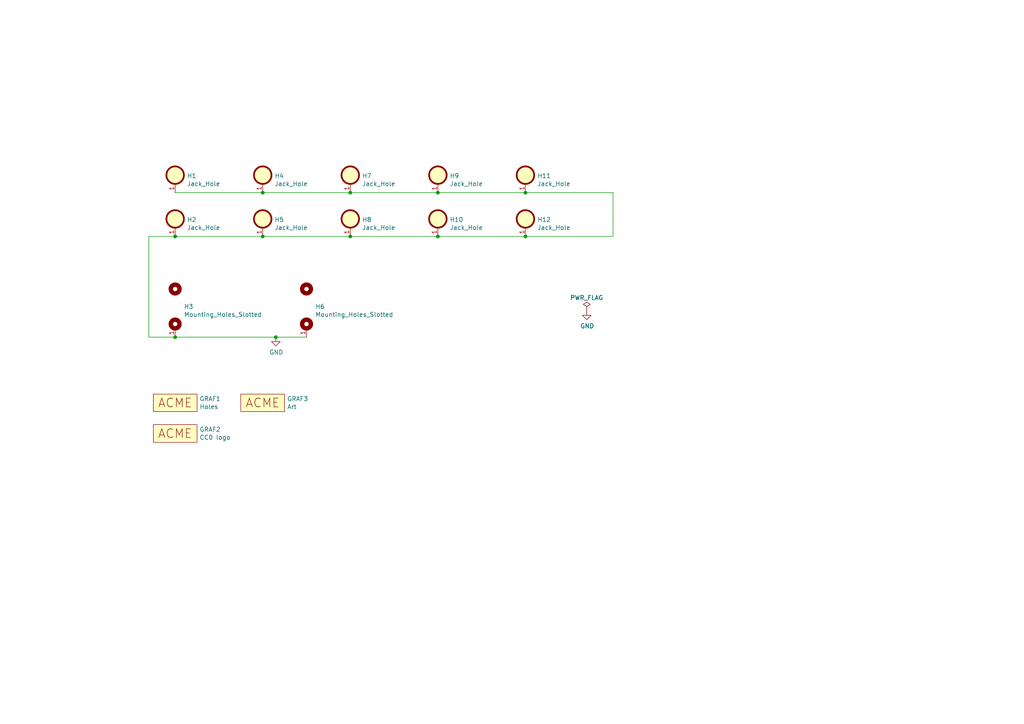
<source format=kicad_sch>
(kicad_sch (version 20230121) (generator eeschema)
  (paper "A4")
  (lib_symbols
    (symbol "AO_symbols:Graphic" (pin_names (offset 1.016)) (in_bom no)
      (property "Reference" "GRAF" (at 0 -3.81 0))
      (property "Value" "Graphic" (at 0 3.81 0))
      (symbol "Graphic_0_0"
        (rectangle (start -6.35 2.54) (end 6.35 -2.54) (fill (type background)))
        (text "ACME" (at 0 0 0) (effects (font (size 2.54 2.54))))
      )
    )
    (symbol "Kosmo:Jack_Hole" (pin_names (offset 1.016))
      (property "Reference" "H" (at 3.81 1.27 0))
      (property "Value" "Jack_Hole" (at 7.62 -1.27 0))
      (symbol "Jack_Hole_1_1"
        (circle (center 0 0) (radius 2.54) (stroke (width 0.508)) (fill (type background)))
        (pin passive line (at 0 -5.08 90) (length 2.54) (name "~") (number "1"))
      )
    )
    (symbol "Kosmo:Mounting_Holes_Slotted" (pin_names (offset 1.016))
      (property "Reference" "H" (at 0 1.27 0))
      (property "Value" "Mounting_Holes_Slotted" (at 0 -1.27 0))
      (symbol "Mounting_Holes_Slotted_1_1"
        (circle (center 0 -5.08) (radius 1.27) (stroke (width 1.27)))
        (circle (center 0 5.08) (radius 1.27) (stroke (width 1.27)))
        (pin passive line (at 0 -8.89 90) (length 2.54) (name "~") (number "1"))
      )
    )
    (symbol "power:GND" (power) (pin_names (offset 0))
      (property "Value" "GND" (at 0 -3.81 0))
      (symbol "GND_0_1"
        (polyline (pts (xy 0 0) (xy 0 -1.27) (xy 1.27 -1.27) (xy 0 -2.54) (xy -1.27 -1.27) (xy 0 -1.27)))
      )
      (symbol "GND_1_1"
        (pin power_in line (at 0 0 270) (length 0) hide (name "GND") (number "1"))
      )
    )
    (symbol "power:PWR_FLAG" (power) (pin_numbers hide) (pin_names (offset 0) hide)
      (property "Value" "PWR_FLAG" (at 0 3.81 0))
      (symbol "PWR_FLAG_0_0"
        (pin power_out line (at 0 0 90) (length 0) (name "pwr") (number "1"))
      )
      (symbol "PWR_FLAG_0_1"
        (polyline (pts (xy 0 0) (xy 0 1.27) (xy -1.016 1.905) (xy 0 2.54) (xy 1.016 1.905) (xy 0 1.27)))
      )
    )
  )
  (junction (at 80.01 97.79))
  (junction (at 76.2 68.58))
  (junction (at 76.2 55.88))
  (junction (at 50.8 97.79))
  (junction (at 127 68.58))
  (junction (at 152.4 68.58))
  (junction (at 50.8 68.58))
  (junction (at 152.4 55.88))
  (junction (at 101.6 68.58))
  (junction (at 101.6 55.88))
  (junction (at 127 55.88))
  (wire (pts (xy 50.8 97.79) (xy 80.01 97.79)))
  (wire (pts (xy 43.18 97.79) (xy 50.8 97.79)))
  (wire (pts (xy 76.2 55.88) (xy 101.6 55.88)))
  (wire (pts (xy 101.6 55.88) (xy 127 55.88)))
  (wire (pts (xy 127 55.88) (xy 152.4 55.88)))
  (wire (pts (xy 50.8 68.58) (xy 43.18 68.58)))
  (wire (pts (xy 43.18 68.58) (xy 43.18 97.79)))
  (wire (pts (xy 50.8 55.88) (xy 76.2 55.88)))
  (wire (pts (xy 152.4 68.58) (xy 127 68.58)))
  (wire (pts (xy 177.8 68.58) (xy 152.4 68.58)))
  (wire (pts (xy 101.6 68.58) (xy 76.2 68.58)))
  (wire (pts (xy 76.2 68.58) (xy 50.8 68.58)))
  (wire (pts (xy 127 68.58) (xy 101.6 68.58)))
  (wire (pts (xy 177.8 55.88) (xy 177.8 68.58)))
  (wire (pts (xy 152.4 55.88) (xy 177.8 55.88)))
  (wire (pts (xy 80.01 97.79) (xy 88.9 97.79)))
  (symbol (lib_id "Kosmo:Jack_Hole") (at 50.8 50.8 0) (unit 1)
    (property "Reference" "H1" (at 54.229 51.0032 0) (effects (justify left)))
    (property "Value" "Jack_Hole" (at 54.229 53.3146 0) (effects (justify left)))
    (property "Footprint" "Kosmo_panel:Kosmo_Jack_Hole" (effects hide))
  )
  (symbol (lib_id "Kosmo:Jack_Hole") (at 76.2 50.8 0) (unit 1)
    (property "Reference" "H4" (at 79.629 51.0032 0) (effects (justify left)))
    (property "Value" "Jack_Hole" (at 79.629 53.3146 0) (effects (justify left)))
    (property "Footprint" "Kosmo_panel:Kosmo_Jack_Hole" (effects hide))
  )
  (symbol (lib_id "Kosmo:Jack_Hole") (at 101.6 50.8 0) (unit 1)
    (property "Reference" "H7" (at 105.029 51.0032 0) (effects (justify left)))
    (property "Value" "Jack_Hole" (at 105.029 53.3146 0) (effects (justify left)))
    (property "Footprint" "Kosmo_panel:Kosmo_Jack_Hole" (effects hide))
  )
  (symbol (lib_id "Kosmo:Jack_Hole") (at 127 50.8 0) (unit 1)
    (property "Reference" "H9" (at 130.429 51.0032 0) (effects (justify left)))
    (property "Value" "Jack_Hole" (at 130.429 53.3146 0) (effects (justify left)))
    (property "Footprint" "Kosmo_panel:Kosmo_Jack_Hole" (effects hide))
  )
  (symbol (lib_id "Kosmo:Jack_Hole") (at 152.4 50.8 0) (unit 1)
    (property "Reference" "H11" (at 155.829 51.0032 0) (effects (justify left)))
    (property "Value" "Jack_Hole" (at 155.829 53.3146 0) (effects (justify left)))
    (property "Footprint" "Kosmo_panel:Kosmo_Jack_Hole" (effects hide))
  )
  (symbol (lib_id "Kosmo:Jack_Hole") (at 50.8 63.5 0) (unit 1)
    (property "Reference" "H2" (at 54.229 63.7032 0) (effects (justify left)))
    (property "Value" "Jack_Hole" (at 54.229 66.0146 0) (effects (justify left)))
    (property "Footprint" "Kosmo_panel:Kosmo_Jack_Hole" (effects hide))
  )
  (symbol (lib_id "Kosmo:Jack_Hole") (at 76.2 63.5 0) (unit 1)
    (property "Reference" "H5" (at 79.629 63.7032 0) (effects (justify left)))
    (property "Value" "Jack_Hole" (at 79.629 66.0146 0) (effects (justify left)))
    (property "Footprint" "Kosmo_panel:Kosmo_Jack_Hole" (effects hide))
  )
  (symbol (lib_id "Kosmo:Jack_Hole") (at 101.6 63.5 0) (unit 1)
    (property "Reference" "H8" (at 105.029 63.7032 0) (effects (justify left)))
    (property "Value" "Jack_Hole" (at 105.029 66.0146 0) (effects (justify left)))
    (property "Footprint" "Kosmo_panel:Kosmo_Jack_Hole" (effects hide))
  )
  (symbol (lib_id "Kosmo:Jack_Hole") (at 127 63.5 0) (unit 1)
    (property "Reference" "H10" (at 130.429 63.7032 0) (effects (justify left)))
    (property "Value" "Jack_Hole" (at 130.429 66.0146 0) (effects (justify left)))
    (property "Footprint" "Kosmo_panel:Kosmo_Jack_Hole" (effects hide))
  )
  (symbol (lib_id "Kosmo:Jack_Hole") (at 152.4 63.5 0) (unit 1)
    (property "Reference" "H12" (at 155.829 63.7032 0) (effects (justify left)))
    (property "Value" "Jack_Hole" (at 155.829 66.0146 0) (effects (justify left)))
    (property "Footprint" "Kosmo_panel:Kosmo_Jack_Hole" (effects hide))
  )
  (symbol (lib_id "Kosmo:Mounting_Holes_Slotted") (at 50.8 88.9 0) (unit 1)
    (property "Reference" "H3" (at 53.34 88.9254 0) (effects (justify left)))
    (property "Value" "Mounting_Holes_Slotted" (at 53.34 91.2368 0) (effects (justify left)))
    (property "Footprint" "Kosmo_panel:Kosmo_Panel_Dual_Slotted_Mounting_Holes" (effects hide))
  )
  (symbol (lib_id "Kosmo:Mounting_Holes_Slotted") (at 88.9 88.9 0) (unit 1)
    (property "Reference" "H6" (at 91.44 88.9254 0) (effects (justify left)))
    (property "Value" "Mounting_Holes_Slotted" (at 91.44 91.2368 0) (effects (justify left)))
    (property "Footprint" "Kosmo_panel:Kosmo_Panel_Dual_Slotted_Mounting_Holes" (effects hide))
  )
  (symbol (lib_id "power:GND") (at 80.01 97.79 0) (unit 1)
    (property "Reference" "#PWR01" (effects hide))
    (property "Value" "GND" (at 80.137 102.1842 0))
  )
  (symbol (lib_id "AO_symbols:Graphic") (at 50.8 116.84 0) (unit 1) (in_bom no)
    (property "Reference" "GRAF1" (at 57.8612 115.6716 0) (effects (justify left)))
    (property "Value" "Holes" (at 57.8612 117.983 0) (effects (justify left)))
    (property "Footprint" "multiples:multiples_panel_holes" (effects hide))
    (property "Config" "DNF" (effects hide))
  )
  (symbol (lib_id "AO_symbols:Graphic") (at 50.8 125.73 0) (unit 1) (in_bom no)
    (property "Reference" "GRAF2" (at 57.8612 124.5616 0) (effects (justify left)))
    (property "Value" "CC0 logo" (at 57.8612 126.873 0) (effects (justify left)))
    (property "Footprint" "AO_tht:CC0_logo" (effects hide))
    (property "Config" "DNF" (effects hide))
  )
  (symbol (lib_id "AO_symbols:Graphic") (at 76.2 116.84 0) (unit 1) (in_bom no)
    (property "Reference" "GRAF3" (at 83.2612 115.6716 0) (effects (justify left)))
    (property "Value" "Art" (at 83.2612 117.983 0) (effects (justify left)))
    (property "Footprint" "multiples:multiples_panel_art" (effects hide))
    (property "Config" "DNF" (effects hide))
  )
  (symbol (lib_id "power:PWR_FLAG") (at 170.18 90.17 0) (unit 1)
    (property "Reference" "#FLG01" (effects hide))
    (property "Value" "PWR_FLAG" (at 170.18 86.36 0))
  )
  (symbol (lib_id "power:GND") (at 170.18 90.17 0) (unit 1)
    (property "Reference" "#PWR02" (effects hide))
    (property "Value" "GND" (at 170.307 94.5642 0))
  )
)
</source>
